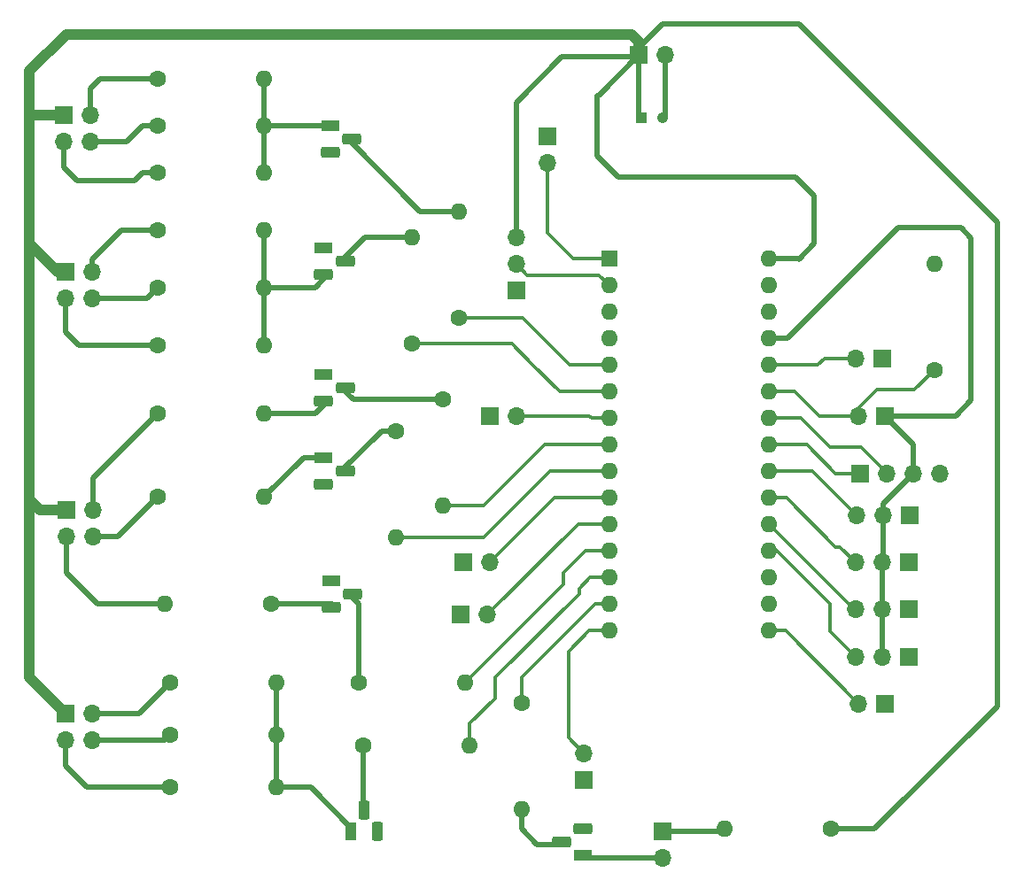
<source format=gbr>
%TF.GenerationSoftware,KiCad,Pcbnew,8.0.6*%
%TF.CreationDate,2024-11-23T21:17:37+01:00*%
%TF.ProjectId,smart home,736d6172-7420-4686-9f6d-652e6b696361,rev?*%
%TF.SameCoordinates,Original*%
%TF.FileFunction,Copper,L1,Top*%
%TF.FilePolarity,Positive*%
%FSLAX46Y46*%
G04 Gerber Fmt 4.6, Leading zero omitted, Abs format (unit mm)*
G04 Created by KiCad (PCBNEW 8.0.6) date 2024-11-23 21:17:37*
%MOMM*%
%LPD*%
G01*
G04 APERTURE LIST*
G04 Aperture macros list*
%AMRoundRect*
0 Rectangle with rounded corners*
0 $1 Rounding radius*
0 $2 $3 $4 $5 $6 $7 $8 $9 X,Y pos of 4 corners*
0 Add a 4 corners polygon primitive as box body*
4,1,4,$2,$3,$4,$5,$6,$7,$8,$9,$2,$3,0*
0 Add four circle primitives for the rounded corners*
1,1,$1+$1,$2,$3*
1,1,$1+$1,$4,$5*
1,1,$1+$1,$6,$7*
1,1,$1+$1,$8,$9*
0 Add four rect primitives between the rounded corners*
20,1,$1+$1,$2,$3,$4,$5,0*
20,1,$1+$1,$4,$5,$6,$7,0*
20,1,$1+$1,$6,$7,$8,$9,0*
20,1,$1+$1,$8,$9,$2,$3,0*%
G04 Aperture macros list end*
%TA.AperFunction,ComponentPad*%
%ADD10C,1.600000*%
%TD*%
%TA.AperFunction,ComponentPad*%
%ADD11O,1.600000X1.600000*%
%TD*%
%TA.AperFunction,ComponentPad*%
%ADD12R,1.700000X1.700000*%
%TD*%
%TA.AperFunction,ComponentPad*%
%ADD13O,1.700000X1.700000*%
%TD*%
%TA.AperFunction,ComponentPad*%
%ADD14R,1.800000X1.100000*%
%TD*%
%TA.AperFunction,ComponentPad*%
%ADD15RoundRect,0.275000X0.625000X-0.275000X0.625000X0.275000X-0.625000X0.275000X-0.625000X-0.275000X0*%
%TD*%
%TA.AperFunction,ComponentPad*%
%ADD16R,1.100000X1.800000*%
%TD*%
%TA.AperFunction,ComponentPad*%
%ADD17RoundRect,0.275000X-0.275000X-0.625000X0.275000X-0.625000X0.275000X0.625000X-0.275000X0.625000X0*%
%TD*%
%TA.AperFunction,ComponentPad*%
%ADD18RoundRect,0.275000X-0.625000X0.275000X-0.625000X-0.275000X0.625000X-0.275000X0.625000X0.275000X0*%
%TD*%
%TA.AperFunction,ComponentPad*%
%ADD19R,1.600000X1.600000*%
%TD*%
%TA.AperFunction,ComponentPad*%
%ADD20C,1.050000*%
%TD*%
%TA.AperFunction,ComponentPad*%
%ADD21R,1.050000X1.050000*%
%TD*%
%TA.AperFunction,Conductor*%
%ADD22C,0.300000*%
%TD*%
%TA.AperFunction,Conductor*%
%ADD23C,0.500000*%
%TD*%
%TA.AperFunction,Conductor*%
%ADD24C,1.000000*%
%TD*%
G04 APERTURE END LIST*
D10*
%TO.P,R9,1*%
%TO.N,Net-(RGB2-B)*%
X38280000Y-46230000D03*
D11*
%TO.P,R9,2*%
%TO.N,Net-(Q2-C)*%
X48440000Y-46230000D03*
%TD*%
D12*
%TO.P,RGB1,1*%
%TO.N,VCC*%
X29250000Y-35210000D03*
D13*
%TO.P,RGB1,2*%
%TO.N,Net-(RGB1-B)*%
X29250000Y-37750000D03*
%TO.P,RGB1,3*%
%TO.N,Net-(RGB1-R)*%
X31790000Y-35210000D03*
%TO.P,RGB1,4*%
%TO.N,Net-(RGB1-G)*%
X31790000Y-37750000D03*
%TD*%
D10*
%TO.P,R7,1*%
%TO.N,Net-(RGB2-R)*%
X38280000Y-57230000D03*
D11*
%TO.P,R7,2*%
%TO.N,Net-(Q2-C)*%
X48440000Y-57230000D03*
%TD*%
D12*
%TO.P,RGB4,1*%
%TO.N,VCC*%
X29460000Y-92460000D03*
D13*
%TO.P,RGB4,2*%
%TO.N,Net-(RGB4-B)*%
X29460000Y-95000000D03*
%TO.P,RGB4,3*%
%TO.N,Net-(RGB4-R)*%
X32000000Y-92460000D03*
%TO.P,RGB4,4*%
%TO.N,Net-(RGB4-G)*%
X32000000Y-95000000D03*
%TD*%
D14*
%TO.P,Q3,1,C*%
%TO.N,Net-(M1--)*%
X78900000Y-106040000D03*
D15*
%TO.P,Q3,2,B*%
%TO.N,Net-(Q3-B)*%
X76830000Y-104770000D03*
%TO.P,Q3,3,E*%
%TO.N,GND*%
X78900000Y-103500000D03*
%TD*%
D12*
%TO.P,SW6,1,A*%
%TO.N,GND*%
X107775000Y-91500000D03*
D13*
%TO.P,SW6,2,B*%
%TO.N,fan switch*%
X105235000Y-91500000D03*
%TD*%
D12*
%TO.P,M1,1,+*%
%TO.N,Net-(M1-+)*%
X86500000Y-103725000D03*
D13*
%TO.P,M1,2,-*%
%TO.N,Net-(M1--)*%
X86500000Y-106265000D03*
%TD*%
D10*
%TO.P,R20,1*%
%TO.N,LDR*%
X112500000Y-59580000D03*
D11*
%TO.P,R20,2*%
%TO.N,GND*%
X112500000Y-49420000D03*
%TD*%
D12*
%TO.P,BT1,1,+*%
%TO.N,VCC*%
X84225000Y-29500000D03*
D13*
%TO.P,BT1,2,-*%
%TO.N,GND*%
X86765000Y-29500000D03*
%TD*%
D10*
%TO.P,R6,1*%
%TO.N,Net-(RGB1-B)*%
X38280000Y-40730000D03*
D11*
%TO.P,R6,2*%
%TO.N,Net-(Q1-C)*%
X48440000Y-40730000D03*
%TD*%
D10*
%TO.P,R24,1*%
%TO.N,Net-(RGB2-G)*%
X38280000Y-51730000D03*
D11*
%TO.P,R24,2*%
%TO.N,Net-(Q2-C)*%
X48440000Y-51730000D03*
%TD*%
D12*
%TO.P,RV3B1,1,1*%
%TO.N,GND*%
X110080000Y-73500000D03*
D13*
%TO.P,RV3B1,2,3*%
%TO.N,R3-B*%
X105000000Y-73500000D03*
%TO.P,RV3B1,3,2*%
%TO.N,+5V*%
X107540000Y-73500000D03*
%TD*%
D16*
%TO.P,Q9,1,C*%
%TO.N,Net-(Q9-C)*%
X56730000Y-103760000D03*
D17*
%TO.P,Q9,2,B*%
%TO.N,Net-(Q9-B)*%
X58000000Y-101690000D03*
%TO.P,Q9,3,E*%
%TO.N,GND*%
X59270000Y-103760000D03*
%TD*%
D12*
%TO.P,LCD_20x1,1,SDA*%
%TO.N,SDA*%
X105380000Y-69500000D03*
D13*
%TO.P,LCD_20x1,2,SCL*%
%TO.N,SCL*%
X107920000Y-69500000D03*
%TO.P,LCD_20x1,3,Vcc*%
%TO.N,+5V*%
X110460000Y-69500000D03*
%TO.P,LCD_20x1,4,GND*%
%TO.N,GND*%
X113000000Y-69500000D03*
%TD*%
D12*
%TO.P,SW4,1,1*%
%TO.N,GND*%
X67225000Y-83000000D03*
D13*
%TO.P,SW4,2,2*%
%TO.N,C_button_2*%
X69765000Y-83000000D03*
%TD*%
D12*
%TO.P,SW1,1,A*%
%TO.N,GND*%
X67460000Y-78000000D03*
D13*
%TO.P,SW1,2,B*%
%TO.N,R2_S1*%
X70000000Y-78000000D03*
%TD*%
D14*
%TO.P,Q6,1,C*%
%TO.N,GND*%
X54100000Y-60000000D03*
D18*
%TO.P,Q6,2,B*%
%TO.N,Net-(Q6-B)*%
X56170000Y-61270000D03*
%TO.P,Q6,3,E*%
%TO.N,Net-(Q6-C)*%
X54100000Y-62540000D03*
%TD*%
D10*
%TO.P,R2,1*%
%TO.N,R1-enable*%
X62500000Y-57080000D03*
D11*
%TO.P,R2,2*%
%TO.N,Net-(Q2-B)*%
X62500000Y-46920000D03*
%TD*%
D12*
%TO.P,RGB3,1*%
%TO.N,VCC*%
X29500000Y-73000000D03*
D13*
%TO.P,RGB3,2*%
%TO.N,Net-(RGB3-B)*%
X29500000Y-75540000D03*
%TO.P,RGB3,3*%
%TO.N,Net-(RGB3-R)*%
X32040000Y-73000000D03*
%TO.P,RGB3,4*%
%TO.N,Net-(RGB3-G)*%
X32040000Y-75540000D03*
%TD*%
D10*
%TO.P,R1,1*%
%TO.N,R2-enable*%
X67000000Y-54580000D03*
D11*
%TO.P,R1,2*%
%TO.N,Net-(Q1-B)*%
X67000000Y-44420000D03*
%TD*%
D12*
%TO.P,R23,1*%
%TO.N,+5V*%
X107775000Y-64000000D03*
D13*
%TO.P,R23,2*%
%TO.N,LDR*%
X105235000Y-64000000D03*
%TD*%
D12*
%TO.P,RV3R1,1,1*%
%TO.N,GND*%
X110040000Y-82500000D03*
D13*
%TO.P,RV3R1,2,3*%
%TO.N,R3-R*%
X104960000Y-82500000D03*
%TO.P,RV3R1,3,2*%
%TO.N,+5V*%
X107500000Y-82500000D03*
%TD*%
D14*
%TO.P,Q7,1,C*%
%TO.N,Net-(Q7-C)*%
X54100000Y-68000000D03*
D18*
%TO.P,Q7,2,B*%
%TO.N,Net-(Q7-B)*%
X56170000Y-69270000D03*
%TO.P,Q7,3,E*%
%TO.N,GND*%
X54100000Y-70540000D03*
%TD*%
D14*
%TO.P,Q1,1,C*%
%TO.N,Net-(Q1-C)*%
X54740000Y-36230000D03*
D18*
%TO.P,Q1,2,B*%
%TO.N,Net-(Q1-B)*%
X56810000Y-37500000D03*
%TO.P,Q1,3,E*%
%TO.N,GND*%
X54740000Y-38770000D03*
%TD*%
D12*
%TO.P,RGB2,1*%
%TO.N,VCC*%
X29460000Y-50210000D03*
D13*
%TO.P,RGB2,2*%
%TO.N,Net-(RGB2-R)*%
X29460000Y-52750000D03*
%TO.P,RGB2,3*%
%TO.N,Net-(RGB2-B)*%
X32000000Y-50210000D03*
%TO.P,RGB2,4*%
%TO.N,Net-(RGB2-G)*%
X32000000Y-52750000D03*
%TD*%
D10*
%TO.P,R11,1*%
%TO.N,Net-(Q7-B)*%
X61000000Y-65420000D03*
D11*
%TO.P,R11,2*%
%TO.N,R3G enable*%
X61000000Y-75580000D03*
%TD*%
D12*
%TO.P,RV3G1,1,1*%
%TO.N,GND*%
X110025000Y-78000000D03*
D13*
%TO.P,RV3G1,2,3*%
%TO.N,R3-G*%
X104945000Y-78000000D03*
%TO.P,RV3G1,3,2*%
%TO.N,+5V*%
X107485000Y-78000000D03*
%TD*%
D10*
%TO.P,R13,1*%
%TO.N,Net-(RGB3-G)*%
X38280000Y-71730000D03*
D11*
%TO.P,R13,2*%
%TO.N,Net-(Q7-C)*%
X48440000Y-71730000D03*
%TD*%
D10*
%TO.P,R17,1*%
%TO.N,VCC*%
X102580000Y-103500000D03*
D11*
%TO.P,R17,2*%
%TO.N,Net-(M1-+)*%
X92420000Y-103500000D03*
%TD*%
D12*
%TO.P,SW2,1,A*%
%TO.N,GND*%
X79000000Y-98775000D03*
D13*
%TO.P,SW2,2,B*%
%TO.N,R2_S2*%
X79000000Y-96235000D03*
%TD*%
D10*
%TO.P,R15,1*%
%TO.N,Net-(Q8-C)*%
X49080000Y-82000000D03*
D11*
%TO.P,R15,2*%
%TO.N,Net-(RGB3-B)*%
X38920000Y-82000000D03*
%TD*%
D10*
%TO.P,R10,1*%
%TO.N,Net-(Q6-B)*%
X65500000Y-62420000D03*
D11*
%TO.P,R10,2*%
%TO.N,R3R enable*%
X65500000Y-72580000D03*
%TD*%
D10*
%TO.P,R19,1*%
%TO.N,Net-(RGB4-B)*%
X39420000Y-99500000D03*
D11*
%TO.P,R19,2*%
%TO.N,Net-(Q9-C)*%
X49580000Y-99500000D03*
%TD*%
D12*
%TO.P,HC\u2013SR505PIR1,1,GND(-)*%
%TO.N,GND*%
X72500000Y-52025000D03*
D13*
%TO.P,HC\u2013SR505PIR1,2,Signal_O/P(S)*%
%TO.N,MC_signal*%
X72500000Y-49485000D03*
%TO.P,HC\u2013SR505PIR1,3,Possitive_ps*%
%TO.N,VCC*%
X72500000Y-46945000D03*
%TD*%
D12*
%TO.P,SW5,1,1*%
%TO.N,GND*%
X75500000Y-37225000D03*
D13*
%TO.P,SW5,2,2*%
%TO.N,C_button_1*%
X75500000Y-39765000D03*
%TD*%
D10*
%TO.P,R16,1*%
%TO.N,Net-(Q9-B)*%
X57920000Y-95500000D03*
D11*
%TO.P,R16,2*%
%TO.N,MD_light_enable*%
X68080000Y-95500000D03*
%TD*%
D14*
%TO.P,Q8,1,C*%
%TO.N,GND*%
X54830000Y-79730000D03*
D18*
%TO.P,Q8,2,B*%
%TO.N,Net-(Q8-B)*%
X56900000Y-81000000D03*
%TO.P,Q8,3,E*%
%TO.N,Net-(Q8-C)*%
X54830000Y-82270000D03*
%TD*%
D10*
%TO.P,R8,1*%
%TO.N,Net-(RGB4-G)*%
X39420000Y-94500000D03*
D11*
%TO.P,R8,2*%
%TO.N,Net-(Q9-C)*%
X49580000Y-94500000D03*
%TD*%
D12*
%TO.P,SW7,1,1*%
%TO.N,GND*%
X69960000Y-64000000D03*
D13*
%TO.P,SW7,2,2*%
%TO.N,C_button_3*%
X72500000Y-64000000D03*
%TD*%
D10*
%TO.P,R12,1*%
%TO.N,Net-(RGB3-R)*%
X38280000Y-63730000D03*
D11*
%TO.P,R12,2*%
%TO.N,Net-(Q6-C)*%
X48440000Y-63730000D03*
%TD*%
D19*
%TO.P,A1,1,D1/TX*%
%TO.N,C_button_1*%
X81390000Y-48950000D03*
D11*
%TO.P,A1,2,D0/RX*%
%TO.N,MC_signal*%
X81390000Y-51490000D03*
%TO.P,A1,3,~{RESET}*%
%TO.N,unconnected-(A1-~{RESET}-Pad3)*%
X81390000Y-54030000D03*
%TO.P,A1,4,GND*%
%TO.N,GND*%
X81390000Y-56570000D03*
%TO.P,A1,5,D2*%
%TO.N,R2-enable*%
X81390000Y-59110000D03*
%TO.P,A1,6,D3*%
%TO.N,R1-enable*%
X81390000Y-61650000D03*
%TO.P,A1,7,D4*%
%TO.N,C_button_3*%
X81390000Y-64190000D03*
%TO.P,A1,8,D5*%
%TO.N,R3R enable*%
X81390000Y-66730000D03*
%TO.P,A1,9,D6*%
%TO.N,R3G enable*%
X81390000Y-69270000D03*
%TO.P,A1,10,D7*%
%TO.N,R2_S1*%
X81390000Y-71810000D03*
%TO.P,A1,11,D8*%
%TO.N,C_button_2*%
X81390000Y-74350000D03*
%TO.P,A1,12,D9*%
%TO.N,R3B enable*%
X81390000Y-76890000D03*
%TO.P,A1,13,D10*%
%TO.N,MD_light_enable*%
X81390000Y-79430000D03*
%TO.P,A1,14,D11*%
%TO.N,fan enable*%
X81390000Y-81970000D03*
%TO.P,A1,15,D12*%
%TO.N,R2_S2*%
X81390000Y-84510000D03*
%TO.P,A1,16,D13*%
%TO.N,fan switch*%
X96630000Y-84510000D03*
%TO.P,A1,17,3V3*%
%TO.N,unconnected-(A1-3V3-Pad17)*%
X96630000Y-81970000D03*
%TO.P,A1,18,AREF*%
%TO.N,unconnected-(A1-AREF-Pad18)*%
X96630000Y-79430000D03*
%TO.P,A1,19,A0*%
%TO.N,R1-D*%
X96630000Y-76890000D03*
%TO.P,A1,20,A1*%
%TO.N,R3-R*%
X96630000Y-74350000D03*
%TO.P,A1,21,A2*%
%TO.N,R3-G*%
X96630000Y-71810000D03*
%TO.P,A1,22,A3*%
%TO.N,R3-B*%
X96630000Y-69270000D03*
%TO.P,A1,23,A4*%
%TO.N,SDA*%
X96630000Y-66730000D03*
%TO.P,A1,24,A5*%
%TO.N,SCL*%
X96630000Y-64190000D03*
%TO.P,A1,25,A6*%
%TO.N,LDR*%
X96630000Y-61650000D03*
%TO.P,A1,26,A7*%
%TO.N,R3_S1*%
X96630000Y-59110000D03*
%TO.P,A1,27,+5V*%
%TO.N,+5V*%
X96630000Y-56570000D03*
%TO.P,A1,28,~{RESET}*%
%TO.N,unconnected-(A1-~{RESET}-Pad28)*%
X96630000Y-54030000D03*
%TO.P,A1,29,GND*%
%TO.N,GND*%
X96630000Y-51490000D03*
%TO.P,A1,30,VIN*%
%TO.N,VCC*%
X96630000Y-48950000D03*
%TD*%
D10*
%TO.P,R18,1*%
%TO.N,Net-(RGB4-R)*%
X39420000Y-89500000D03*
D11*
%TO.P,R18,2*%
%TO.N,Net-(Q9-C)*%
X49580000Y-89500000D03*
%TD*%
D10*
%TO.P,R3,1*%
%TO.N,fan enable*%
X73000000Y-91420000D03*
D11*
%TO.P,R3,2*%
%TO.N,Net-(Q3-B)*%
X73000000Y-101580000D03*
%TD*%
D12*
%TO.P,SW9,1,A*%
%TO.N,GND*%
X107500000Y-58500000D03*
D13*
%TO.P,SW9,2,B*%
%TO.N,R3_S1*%
X104960000Y-58500000D03*
%TD*%
D10*
%TO.P,R4,1*%
%TO.N,Net-(RGB1-R)*%
X38280000Y-31730000D03*
D11*
%TO.P,R4,2*%
%TO.N,Net-(Q1-C)*%
X48440000Y-31730000D03*
%TD*%
D20*
%TO.P,C1,*%
%TO.N,GND*%
X86500000Y-35500000D03*
D21*
%TO.P,C1,P*%
%TO.N,VCC*%
X84500000Y-35500000D03*
%TD*%
D10*
%TO.P,R14,1*%
%TO.N,Net-(Q8-B)*%
X57420000Y-89500000D03*
D11*
%TO.P,R14,2*%
%TO.N,R3B enable*%
X67580000Y-89500000D03*
%TD*%
D12*
%TO.P,RV1,1,1*%
%TO.N,GND*%
X110040000Y-87000000D03*
D13*
%TO.P,RV1,2,3*%
%TO.N,R1-D*%
X104960000Y-87000000D03*
%TO.P,RV1,3,2*%
%TO.N,+5V*%
X107500000Y-87000000D03*
%TD*%
D14*
%TO.P,Q2,1,C*%
%TO.N,GND*%
X54100000Y-47960000D03*
D18*
%TO.P,Q2,2,B*%
%TO.N,Net-(Q2-B)*%
X56170000Y-49230000D03*
%TO.P,Q2,2,E*%
%TO.N,Net-(Q2-C)*%
X54100000Y-50500000D03*
%TD*%
D10*
%TO.P,R5,1*%
%TO.N,Net-(RGB1-G)*%
X38280000Y-36280000D03*
D11*
%TO.P,R5,2*%
%TO.N,Net-(Q1-C)*%
X48440000Y-36280000D03*
%TD*%
D22*
%TO.N,R3B enable*%
X77000000Y-80080000D02*
X67580000Y-89500000D01*
X81390000Y-76890000D02*
X79110000Y-76890000D01*
X77000000Y-79000000D02*
X77000000Y-80080000D01*
X79110000Y-76890000D02*
X77000000Y-79000000D01*
%TO.N,C_button_1*%
X75500000Y-46500000D02*
X77950000Y-48950000D01*
X77950000Y-48950000D02*
X81390000Y-48950000D01*
X75500000Y-39765000D02*
X75500000Y-46500000D01*
%TO.N,R2-enable*%
X77610000Y-59110000D02*
X73080000Y-54580000D01*
X81390000Y-59110000D02*
X77610000Y-59110000D01*
X73080000Y-54580000D02*
X67000000Y-54580000D01*
D23*
%TO.N,+5V*%
X107485000Y-78000000D02*
X107485000Y-82485000D01*
X107540000Y-77945000D02*
X107485000Y-78000000D01*
X107500000Y-82500000D02*
X107500000Y-87000000D01*
X107540000Y-72420000D02*
X110460000Y-69500000D01*
X114500000Y-64000000D02*
X107775000Y-64000000D01*
X107540000Y-73500000D02*
X107540000Y-77945000D01*
X110460000Y-66685000D02*
X107775000Y-64000000D01*
X116000000Y-62500000D02*
X114500000Y-64000000D01*
X109000000Y-46000000D02*
X115000000Y-46000000D01*
X110460000Y-69500000D02*
X110460000Y-66685000D01*
X98430000Y-56570000D02*
X109000000Y-46000000D01*
X115000000Y-46000000D02*
X116000000Y-47000000D01*
X107540000Y-73500000D02*
X107540000Y-72420000D01*
X116000000Y-47000000D02*
X116000000Y-62500000D01*
X96630000Y-56570000D02*
X98430000Y-56570000D01*
D22*
%TO.N,MC_signal*%
X73540000Y-50525000D02*
X72500000Y-49485000D01*
X80425000Y-50525000D02*
X73540000Y-50525000D01*
X81390000Y-51490000D02*
X80425000Y-50525000D01*
D23*
%TO.N,GND*%
X67225000Y-78235000D02*
X67460000Y-78000000D01*
X86765000Y-35235000D02*
X86500000Y-35500000D01*
X86765000Y-29500000D02*
X86765000Y-35235000D01*
D22*
X110025000Y-82485000D02*
X110040000Y-82500000D01*
X109500000Y-87500000D02*
X110000000Y-87000000D01*
X110000000Y-82540000D02*
X110040000Y-82500000D01*
%TO.N,R2_S1*%
X70000000Y-78000000D02*
X76190000Y-71810000D01*
X76190000Y-71810000D02*
X81390000Y-71810000D01*
%TO.N,R3-R*%
X104780000Y-82500000D02*
X104960000Y-82500000D01*
X96630000Y-74350000D02*
X104780000Y-82500000D01*
%TO.N,MD_light_enable*%
X68080000Y-93420000D02*
X68080000Y-95500000D01*
X81390000Y-79430000D02*
X79570000Y-79430000D01*
X78500000Y-80500000D02*
X78500000Y-81000000D01*
X78500000Y-81000000D02*
X70500000Y-89000000D01*
X79570000Y-79430000D02*
X78500000Y-80500000D01*
X70500000Y-89000000D02*
X70500000Y-91000000D01*
X70500000Y-91000000D02*
X68080000Y-93420000D01*
%TO.N,R3R enable*%
X65500000Y-72580000D02*
X69420000Y-72580000D01*
X69420000Y-72580000D02*
X75270000Y-66730000D01*
X75270000Y-66730000D02*
X81390000Y-66730000D01*
%TO.N,SDA*%
X100270000Y-66730000D02*
X103040000Y-69500000D01*
X100270000Y-66730000D02*
X96630000Y-66730000D01*
X103040000Y-69500000D02*
X105380000Y-69500000D01*
%TO.N,R2_S2*%
X81390000Y-84510000D02*
X79490000Y-84510000D01*
X77500000Y-94735000D02*
X79000000Y-96235000D01*
X77500000Y-86500000D02*
X77500000Y-94735000D01*
X79490000Y-84510000D02*
X77500000Y-86500000D01*
%TO.N,C_button_3*%
X79500000Y-64000000D02*
X72500000Y-64000000D01*
X81390000Y-64190000D02*
X79690000Y-64190000D01*
X79690000Y-64190000D02*
X79500000Y-64000000D01*
%TO.N,R1-enable*%
X74080000Y-59080000D02*
X76650000Y-61650000D01*
X76650000Y-61650000D02*
X81390000Y-61650000D01*
X74080000Y-59080000D02*
X72080000Y-57080000D01*
X72080000Y-57080000D02*
X62500000Y-57080000D01*
%TO.N,R1-D*%
X102500000Y-84580000D02*
X102540000Y-84580000D01*
X102540000Y-84580000D02*
X104960000Y-87000000D01*
X102500000Y-84580000D02*
X102500000Y-82000000D01*
X97390000Y-76890000D02*
X96630000Y-76890000D01*
X102500000Y-82000000D02*
X97390000Y-76890000D01*
%TO.N,SCL*%
X99690000Y-64190000D02*
X96630000Y-64190000D01*
X107920000Y-69500000D02*
X107920000Y-69420000D01*
X102500000Y-67000000D02*
X99690000Y-64190000D01*
X105500000Y-67000000D02*
X102500000Y-67000000D01*
X107920000Y-69420000D02*
X105500000Y-67000000D01*
%TO.N,LDR*%
X99150000Y-61650000D02*
X96630000Y-61650000D01*
X105235000Y-64000000D02*
X101500000Y-64000000D01*
X101500000Y-64000000D02*
X99150000Y-61650000D01*
X105235000Y-64000000D02*
X105235000Y-63265000D01*
X105235000Y-63265000D02*
X107000000Y-61500000D01*
X107000000Y-61500000D02*
X110580000Y-61500000D01*
X110580000Y-61500000D02*
X112500000Y-59580000D01*
%TO.N,C_button_2*%
X81390000Y-74350000D02*
X78415000Y-74350000D01*
X78415000Y-74350000D02*
X69765000Y-83000000D01*
%TO.N,R3-G*%
X98310000Y-71810000D02*
X103000000Y-76500000D01*
X103445000Y-76500000D02*
X104945000Y-78000000D01*
X96630000Y-71810000D02*
X98310000Y-71810000D01*
X103000000Y-76500000D02*
X103445000Y-76500000D01*
%TO.N,R3_S1*%
X96630000Y-59110000D02*
X101345000Y-59110000D01*
X101955000Y-58500000D02*
X104960000Y-58500000D01*
X101345000Y-59110000D02*
X101955000Y-58500000D01*
%TO.N,R3G enable*%
X69420000Y-75580000D02*
X75730000Y-69270000D01*
X75730000Y-69270000D02*
X81390000Y-69270000D01*
X61000000Y-75580000D02*
X69420000Y-75580000D01*
%TO.N,fan switch*%
X98245000Y-84510000D02*
X96630000Y-84510000D01*
X98245000Y-84510000D02*
X105235000Y-91500000D01*
D23*
%TO.N,VCC*%
X84225000Y-28775000D02*
X84225000Y-29500000D01*
D24*
X26000000Y-47500000D02*
X26000000Y-35000000D01*
X26000000Y-31000000D02*
X26000000Y-35000000D01*
D23*
X80235000Y-33357500D02*
X80367500Y-33357500D01*
D24*
X26000000Y-54500000D02*
X26000000Y-47500000D01*
X27000000Y-73000000D02*
X26000000Y-72000000D01*
D23*
X118500000Y-91772032D02*
X118500000Y-45500000D01*
D24*
X29500000Y-27500000D02*
X26000000Y-31000000D01*
X26000000Y-59000000D02*
X26000000Y-54500000D01*
D23*
X82235000Y-41132500D02*
X80235000Y-39132500D01*
X101000000Y-47500000D02*
X101000000Y-42897500D01*
D24*
X84225000Y-28225000D02*
X83500000Y-27500000D01*
X28710000Y-50210000D02*
X26000000Y-47500000D01*
X83500000Y-27500000D02*
X29500000Y-27500000D01*
X26210000Y-35210000D02*
X26000000Y-35000000D01*
D23*
X84225000Y-35225000D02*
X84500000Y-35500000D01*
D24*
X29500000Y-73000000D02*
X27000000Y-73000000D01*
D23*
X99500000Y-49000000D02*
X101000000Y-47500000D01*
D24*
X29460000Y-92460000D02*
X26000000Y-89000000D01*
X26000000Y-72000000D02*
X26000000Y-59000000D01*
X29460000Y-50210000D02*
X28710000Y-50210000D01*
D23*
X84225000Y-29500000D02*
X84225000Y-35225000D01*
X80367500Y-33357500D02*
X84225000Y-29500000D01*
D24*
X84225000Y-29500000D02*
X84225000Y-28225000D01*
D23*
X101000000Y-42897500D02*
X99235000Y-41132500D01*
X99500000Y-26500000D02*
X86500000Y-26500000D01*
X99235000Y-41132500D02*
X82235000Y-41132500D01*
X72500000Y-34000000D02*
X76887500Y-29612500D01*
X80235000Y-39132500D02*
X80235000Y-33357500D01*
X86500000Y-26500000D02*
X84225000Y-28775000D01*
X96630000Y-48950000D02*
X99450000Y-48950000D01*
D24*
X26000000Y-89000000D02*
X26000000Y-72000000D01*
D23*
X118500000Y-91772032D02*
X106772032Y-103500000D01*
X84112500Y-29612500D02*
X76887500Y-29612500D01*
X72500000Y-46945000D02*
X72500000Y-34000000D01*
D24*
X29250000Y-35210000D02*
X26210000Y-35210000D01*
D23*
X106772032Y-103500000D02*
X102580000Y-103500000D01*
X99450000Y-48950000D02*
X99500000Y-49000000D01*
X84225000Y-29500000D02*
X84112500Y-29612500D01*
X118500000Y-45500000D02*
X99500000Y-26500000D01*
D22*
%TO.N,R3-B*%
X96630000Y-69270000D02*
X100770000Y-69270000D01*
X100770000Y-69270000D02*
X105000000Y-73500000D01*
D23*
%TO.N,Net-(Q1-C)*%
X48440000Y-40730000D02*
X48440000Y-36280000D01*
X55090000Y-36280000D02*
X55140000Y-36230000D01*
X48440000Y-36280000D02*
X55090000Y-36280000D01*
X48440000Y-31730000D02*
X48440000Y-36280000D01*
%TO.N,Net-(Q1-B)*%
X63330000Y-44420000D02*
X67000000Y-44420000D01*
X56410000Y-37500000D02*
X63330000Y-44420000D01*
%TO.N,Net-(Q2-C)*%
X48440000Y-51730000D02*
X53270000Y-51730000D01*
X48440000Y-57230000D02*
X48440000Y-51730000D01*
X48440000Y-51730000D02*
X48440000Y-46230000D01*
X53270000Y-51730000D02*
X54500000Y-50500000D01*
%TO.N,Net-(Q2-B)*%
X58080000Y-46920000D02*
X55770000Y-49230000D01*
X62500000Y-46920000D02*
X58080000Y-46920000D01*
%TO.N,Net-(M1--)*%
X78725000Y-106265000D02*
X86500000Y-106265000D01*
X78500000Y-106040000D02*
X78725000Y-106265000D01*
%TO.N,Net-(Q3-B)*%
X74500000Y-105000000D02*
X73000000Y-103500000D01*
X77230000Y-104770000D02*
X77000000Y-105000000D01*
X77000000Y-105000000D02*
X74500000Y-105000000D01*
X73000000Y-101580000D02*
X73000000Y-103500000D01*
%TO.N,Net-(Q6-B)*%
X65500000Y-62420000D02*
X56920000Y-62420000D01*
X56920000Y-62420000D02*
X55770000Y-61270000D01*
%TO.N,Net-(Q6-C)*%
X48440000Y-63730000D02*
X53310000Y-63730000D01*
X53310000Y-63730000D02*
X54500000Y-62540000D01*
%TO.N,Net-(Q7-C)*%
X48440000Y-71730000D02*
X52170000Y-68000000D01*
X52170000Y-68000000D02*
X54500000Y-68000000D01*
%TO.N,Net-(Q7-B)*%
X59620000Y-65420000D02*
X61000000Y-65420000D01*
X55770000Y-69270000D02*
X59620000Y-65420000D01*
%TO.N,Net-(Q8-C)*%
X54960000Y-82000000D02*
X55230000Y-82270000D01*
X49080000Y-82000000D02*
X54960000Y-82000000D01*
%TO.N,Net-(Q8-B)*%
X57420000Y-81920000D02*
X56500000Y-81000000D01*
X57420000Y-81920000D02*
X57420000Y-89500000D01*
%TO.N,Net-(Q9-B)*%
X57920000Y-102010000D02*
X57920000Y-95500000D01*
X58000000Y-102090000D02*
X57920000Y-102010000D01*
%TO.N,Net-(Q9-C)*%
X49580000Y-94500000D02*
X49580000Y-89500000D01*
X52870000Y-99500000D02*
X49580000Y-99500000D01*
X49580000Y-99500000D02*
X49580000Y-94500000D01*
X56730000Y-103360000D02*
X52870000Y-99500000D01*
D22*
%TO.N,fan enable*%
X80030000Y-81970000D02*
X81390000Y-81970000D01*
X73000000Y-89000000D02*
X80030000Y-81970000D01*
X73000000Y-89000000D02*
X73000000Y-91420000D01*
D23*
%TO.N,Net-(RGB1-R)*%
X31790000Y-35210000D02*
X31790000Y-32710000D01*
X32770000Y-31730000D02*
X31790000Y-32710000D01*
X38280000Y-31730000D02*
X32770000Y-31730000D01*
%TO.N,Net-(RGB1-G)*%
X36780000Y-36280000D02*
X35310000Y-37750000D01*
X38280000Y-36280000D02*
X36780000Y-36280000D01*
X35310000Y-37750000D02*
X31790000Y-37750000D01*
%TO.N,Net-(RGB1-B)*%
X30500000Y-41500000D02*
X36010000Y-41500000D01*
X36780000Y-40730000D02*
X36010000Y-41500000D01*
X29250000Y-40250000D02*
X30500000Y-41500000D01*
X38280000Y-40730000D02*
X36780000Y-40730000D01*
X29250000Y-37750000D02*
X29250000Y-40250000D01*
%TO.N,Net-(RGB2-R)*%
X29460000Y-55960000D02*
X29460000Y-52750000D01*
X30730000Y-57230000D02*
X29460000Y-55960000D01*
X38280000Y-57230000D02*
X30730000Y-57230000D01*
%TO.N,Net-(RGB4-G)*%
X38920000Y-95000000D02*
X39420000Y-94500000D01*
X32000000Y-95000000D02*
X38920000Y-95000000D01*
%TO.N,Net-(RGB2-B)*%
X32000000Y-49000000D02*
X32000000Y-50210000D01*
X38280000Y-46230000D02*
X34770000Y-46230000D01*
X34770000Y-46230000D02*
X32000000Y-49000000D01*
%TO.N,Net-(RGB3-R)*%
X38280000Y-63730000D02*
X32510000Y-69500000D01*
X32510000Y-69500000D02*
X32500000Y-69500000D01*
X32500000Y-69500000D02*
X32040000Y-69960000D01*
X32040000Y-69960000D02*
X32040000Y-73000000D01*
%TO.N,Net-(RGB3-G)*%
X32040000Y-75540000D02*
X34470000Y-75540000D01*
X34470000Y-75540000D02*
X38280000Y-71730000D01*
%TO.N,Net-(RGB3-B)*%
X29500000Y-79000000D02*
X29500000Y-75540000D01*
X32500000Y-82000000D02*
X29500000Y-79000000D01*
X38920000Y-82000000D02*
X32500000Y-82000000D01*
%TO.N,Net-(M1-+)*%
X92195000Y-103725000D02*
X92420000Y-103500000D01*
X86500000Y-103725000D02*
X92195000Y-103725000D01*
%TO.N,Net-(RGB4-R)*%
X32000000Y-92460000D02*
X36460000Y-92460000D01*
X36460000Y-92460000D02*
X39420000Y-89500000D01*
%TO.N,Net-(RGB4-B)*%
X39420000Y-99500000D02*
X31500000Y-99500000D01*
X31500000Y-99500000D02*
X29460000Y-97460000D01*
X29460000Y-97460000D02*
X29460000Y-95000000D01*
%TO.N,Net-(RGB2-G)*%
X32000000Y-52750000D02*
X37260000Y-52750000D01*
X37260000Y-52750000D02*
X38280000Y-51730000D01*
%TD*%
M02*

</source>
